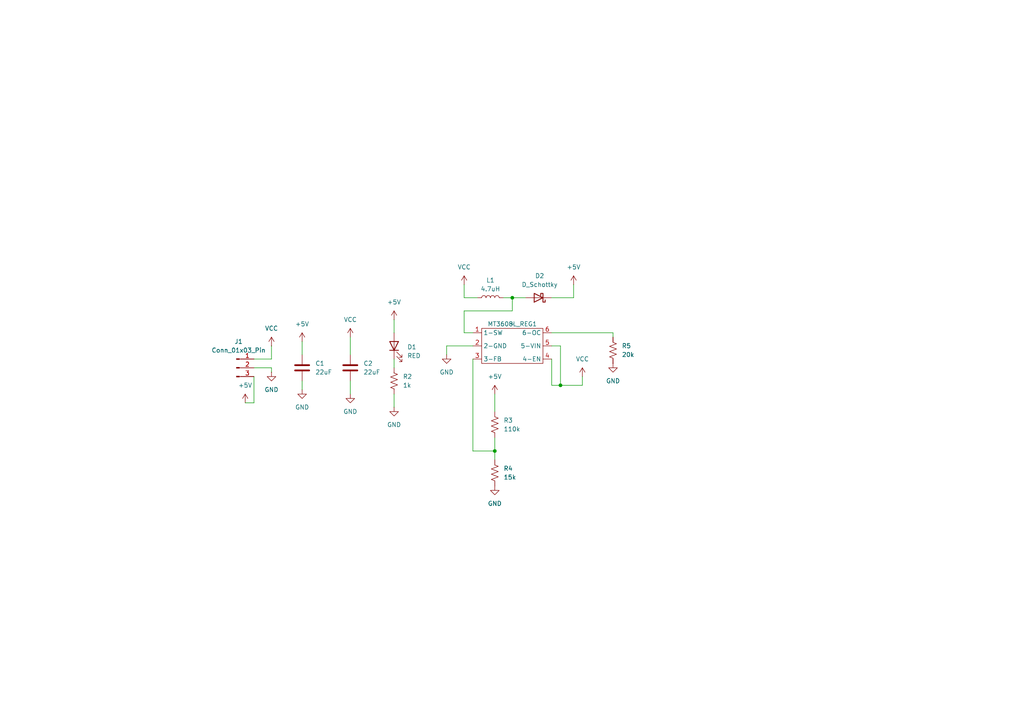
<source format=kicad_sch>
(kicad_sch (version 20250114) (generator "eeschema") (generator_version "9.0")
  (paper "A4")
  (lib_symbols
    (symbol "Connector:Conn_01x03_Pin" (pin_names (offset 1.016) (hide yes))
      (property "Reference" "J" (at 0 5.08 0))
      (property "Value" "Conn_01x03_Pin" (at 0 -5.08 0))
      (symbol "Conn_01x03_Pin_1_1"
        (rectangle (start 0.8636 2.667) (end 0 2.413) (stroke (width 0.1524)) (fill (type outline)))
        (rectangle (start 0.8636 0.127) (end 0 -0.127) (stroke (width 0.1524)) (fill (type outline)))
        (rectangle (start 0.8636 -2.413) (end 0 -2.667) (stroke (width 0.1524)) (fill (type outline)))
        (polyline (pts (xy 1.27 2.54) (xy 0.8636 2.54)) (stroke (width 0.1524)))
        (polyline (pts (xy 1.27 0) (xy 0.8636 0)) (stroke (width 0.1524)))
        (polyline (pts (xy 1.27 -2.54) (xy 0.8636 -2.54)) (stroke (width 0.1524)))
        (pin passive line (at 5.08 2.54 180) (length 3.81) (name "Pin_1") (number "1"))
        (pin passive line (at 5.08 0 180) (length 3.81) (name "Pin_2") (number "2"))
        (pin passive line (at 5.08 -2.54 180) (length 3.81) (name "Pin_3") (number "3"))
      )
    )
    (symbol "Device:C" (pin_numbers (hide yes)) (pin_names (offset 0.254))
      (property "Reference" "C" (at 0.635 2.54 0))
      (property "Value" "C" (at 0.635 -2.54 0))
      (symbol "C_0_1"
        (polyline (pts (xy -2.032 0.762) (xy 2.032 0.762)) (stroke (width 0.508)))
        (polyline (pts (xy -2.032 -0.762) (xy 2.032 -0.762)) (stroke (width 0.508)))
      )
      (symbol "C_1_1"
        (pin passive line (at 0 3.81 270) (length 2.794) (name "~") (number "1"))
        (pin passive line (at 0 -3.81 90) (length 2.794) (name "~") (number "2"))
      )
    )
    (symbol "Device:D_Schottky" (pin_numbers (hide yes)) (pin_names (offset 1.016) (hide yes))
      (property "Reference" "D" (at 0 2.54 0))
      (property "Value" "D_Schottky" (at 0 -2.54 0))
      (symbol "D_Schottky_0_1"
        (polyline (pts (xy -1.905 0.635) (xy -1.905 1.27) (xy -1.27 1.27) (xy -1.27 -1.27) (xy -0.635 -1.27) (xy -0.635 -0.635)) (stroke (width 0.254)))
        (polyline (pts (xy 1.27 1.27) (xy 1.27 -1.27) (xy -1.27 0) (xy 1.27 1.27)) (stroke (width 0.254)))
        (polyline (pts (xy 1.27 0) (xy -1.27 0)))
      )
      (symbol "D_Schottky_1_1"
        (pin passive line (at -3.81 0 0) (length 2.54) (name "K") (number "1"))
        (pin passive line (at 3.81 0 180) (length 2.54) (name "A") (number "2"))
      )
    )
    (symbol "Device:L" (pin_numbers (hide yes)) (pin_names (offset 1.016) (hide yes))
      (property "Reference" "L" (at -1.27 0 90))
      (property "Value" "L" (at 1.905 0 90))
      (symbol "L_0_1"
        (arc (start 0 2.54) (mid 0.6323 1.905) (end 0 1.27))
        (arc (start 0 1.27) (mid 0.6323 0.635) (end 0 0))
        (arc (start 0 0) (mid 0.6323 -0.635) (end 0 -1.27))
        (arc (start 0 -1.27) (mid 0.6323 -1.905) (end 0 -2.54))
      )
      (symbol "L_1_1"
        (pin passive line (at 0 3.81 270) (length 1.27) (name "1") (number "1"))
        (pin passive line (at 0 -3.81 90) (length 1.27) (name "2") (number "2"))
      )
    )
    (symbol "Device:LED" (pin_numbers (hide yes)) (pin_names (offset 1.016) (hide yes))
      (property "Reference" "D" (at 0 2.54 0))
      (property "Value" "LED" (at 0 -2.54 0))
      (symbol "LED_0_1"
        (polyline (pts (xy -3.048 -0.762) (xy -4.572 -2.286) (xy -3.81 -2.286) (xy -4.572 -2.286) (xy -4.572 -1.524)))
        (polyline (pts (xy -1.778 -0.762) (xy -3.302 -2.286) (xy -2.54 -2.286) (xy -3.302 -2.286) (xy -3.302 -1.524)))
        (polyline (pts (xy -1.27 0) (xy 1.27 0)))
        (polyline (pts (xy -1.27 -1.27) (xy -1.27 1.27)) (stroke (width 0.254)))
        (polyline (pts (xy 1.27 -1.27) (xy 1.27 1.27) (xy -1.27 0) (xy 1.27 -1.27)) (stroke (width 0.254)))
      )
      (symbol "LED_1_1"
        (pin passive line (at -3.81 0 0) (length 2.54) (name "K") (number "1"))
        (pin passive line (at 3.81 0 180) (length 2.54) (name "A") (number "2"))
      )
    )
    (symbol "Device:R_US" (pin_numbers (hide yes)) (pin_names (offset 0))
      (property "Reference" "R" (at 2.54 0 90))
      (property "Value" "R_US" (at -2.54 0 90))
      (symbol "R_US_0_1"
        (polyline (pts (xy 0 2.286) (xy 0 2.54)))
        (polyline (pts (xy 0 2.286) (xy 1.016 1.905) (xy 0 1.524) (xy -1.016 1.143) (xy 0 0.762)))
        (polyline (pts (xy 0 0.762) (xy 1.016 0.381) (xy 0 0) (xy -1.016 -0.381) (xy 0 -0.762)))
        (polyline (pts (xy 0 -0.762) (xy 1.016 -1.143) (xy 0 -1.524) (xy -1.016 -1.905) (xy 0 -2.286)))
        (polyline (pts (xy 0 -2.286) (xy 0 -2.54)))
      )
      (symbol "R_US_1_1"
        (pin passive line (at 0 3.81 270) (length 1.27) (name "~") (number "1"))
        (pin passive line (at 0 -3.81 90) (length 1.27) (name "~") (number "2"))
      )
    )
    (symbol "MySymbol:MT3608L_REG"
      (property "Reference" "U" (at 0 0 0))
      (symbol "MT3608L_REG_0_1"
        (rectangle (start -8.89 5.08) (end 8.89 -5.08))
      )
      (symbol "MT3608L_REG_1_1"
        (pin input line (at -11.43 3.81 0) (length 2.54) (name "1-SW") (number "1"))
        (pin input line (at -11.43 0 0) (length 2.54) (name "2-GND") (number "2"))
        (pin input line (at -11.43 -3.81 0) (length 2.54) (name "3-FB") (number "3"))
        (pin input line (at 11.43 3.81 180) (length 2.54) (name "6-OC") (number "6"))
        (pin input line (at 11.43 0 180) (length 2.54) (name "5-VIN") (number "5"))
        (pin input line (at 11.43 -3.81 180) (length 2.54) (name "4-EN") (number "4"))
      )
    )
    (symbol "power:+5V" (power) (pin_numbers (hide yes)) (pin_names (offset 0) (hide yes))
      (property "Value" "+5V" (at 0 3.556 0))
      (symbol "+5V_0_1"
        (polyline (pts (xy -0.762 1.27) (xy 0 2.54)))
        (polyline (pts (xy 0 2.54) (xy 0.762 1.27)))
        (polyline (pts (xy 0 0) (xy 0 2.54)))
      )
      (symbol "+5V_1_1"
        (pin power_in line (at 0 0 90) (length 0) (name "~") (number "1"))
      )
    )
    (symbol "power:GND" (power) (pin_numbers (hide yes)) (pin_names (offset 0) (hide yes))
      (property "Value" "GND" (at 0 -3.81 0))
      (symbol "GND_0_1"
        (polyline (pts (xy 0 0) (xy 0 -1.27) (xy 1.27 -1.27) (xy 0 -2.54) (xy -1.27 -1.27) (xy 0 -1.27)))
      )
      (symbol "GND_1_1"
        (pin power_in line (at 0 0 270) (length 0) (name "~") (number "1"))
      )
    )
    (symbol "power:VCC" (power) (pin_numbers (hide yes)) (pin_names (offset 0) (hide yes))
      (property "Value" "VCC" (at 0 3.556 0))
      (symbol "VCC_0_1"
        (polyline (pts (xy -0.762 1.27) (xy 0 2.54)))
        (polyline (pts (xy 0 2.54) (xy 0.762 1.27)))
        (polyline (pts (xy 0 0) (xy 0 2.54)))
      )
      (symbol "VCC_1_1"
        (pin power_in line (at 0 0 90) (length 0) (name "~") (number "1"))
      )
    )
  )
  (junction (at 148.59 86.36))
  (junction (at 143.51 130.81))
  (junction (at 162.56 111.76))
  (wire (pts (xy 162.56 111.76) (xy 168.91 111.76)))
  (wire (pts (xy 166.37 82.55) (xy 166.37 86.36)))
  (wire (pts (xy 160.02 104.14) (xy 160.02 111.76)))
  (wire (pts (xy 137.16 130.81) (xy 143.51 130.81)))
  (wire (pts (xy 101.6 97.79) (xy 101.6 102.87)))
  (wire (pts (xy 73.66 116.84) (xy 71.12 116.84)))
  (wire (pts (xy 134.62 96.52) (xy 134.62 90.17)))
  (wire (pts (xy 78.74 104.14) (xy 78.74 100.33)))
  (wire (pts (xy 148.59 86.36) (xy 152.4 86.36)))
  (wire (pts (xy 137.16 100.33) (xy 129.54 100.33)))
  (wire (pts (xy 160.02 96.52) (xy 177.8 96.52)))
  (wire (pts (xy 87.63 110.49) (xy 87.63 113.03)))
  (wire (pts (xy 162.56 100.33) (xy 162.56 111.76)))
  (wire (pts (xy 168.91 111.76) (xy 168.91 109.22)))
  (wire (pts (xy 137.16 96.52) (xy 134.62 96.52)))
  (wire (pts (xy 114.3 92.71) (xy 114.3 96.52)))
  (wire (pts (xy 101.6 110.49) (xy 101.6 114.3)))
  (wire (pts (xy 78.74 106.68) (xy 78.74 107.95)))
  (wire (pts (xy 134.62 90.17) (xy 148.59 90.17)))
  (wire (pts (xy 143.51 114.3) (xy 143.51 119.38)))
  (wire (pts (xy 87.63 99.06) (xy 87.63 102.87)))
  (wire (pts (xy 148.59 90.17) (xy 148.59 86.36)))
  (wire (pts (xy 143.51 127) (xy 143.51 130.81)))
  (wire (pts (xy 73.66 104.14) (xy 78.74 104.14)))
  (wire (pts (xy 146.05 86.36) (xy 148.59 86.36)))
  (wire (pts (xy 137.16 104.14) (xy 137.16 130.81)))
  (wire (pts (xy 114.3 114.3) (xy 114.3 118.11)))
  (wire (pts (xy 73.66 106.68) (xy 78.74 106.68)))
  (wire (pts (xy 114.3 104.14) (xy 114.3 106.68)))
  (wire (pts (xy 177.8 96.52) (xy 177.8 97.79)))
  (wire (pts (xy 160.02 111.76) (xy 162.56 111.76)))
  (wire (pts (xy 129.54 100.33) (xy 129.54 102.87)))
  (wire (pts (xy 143.51 130.81) (xy 143.51 133.35)))
  (wire (pts (xy 134.62 86.36) (xy 134.62 82.55)))
  (wire (pts (xy 73.66 109.22) (xy 73.66 116.84)))
  (wire (pts (xy 166.37 86.36) (xy 160.02 86.36)))
  (wire (pts (xy 138.43 86.36) (xy 134.62 86.36)))
  (wire (pts (xy 160.02 100.33) (xy 162.56 100.33)))
  (symbol (lib_id "power:GND") (at 101.6 114.3 0) (unit 1)
    (property "Reference" "#PWR07" (effects (hide yes)))
    (property "Value" "GND" (at 101.6 119.38 0))
    (property "Description" "Power symbol creates a global label with name \"GND\" , ground" (effects (hide yes)))
  )
  (symbol (lib_id "power:+5V") (at 143.51 114.3 0) (unit 1)
    (property "Reference" "#PWR011" (effects (hide yes)))
    (property "Value" "+5V" (at 143.51 109.22 0))
    (property "Description" "Power symbol creates a global label with name \"+5V\"" (effects (hide yes)))
  )
  (symbol (lib_id "power:GND") (at 143.51 140.97 0) (unit 1)
    (property "Reference" "#PWR016" (effects (hide yes)))
    (property "Value" "GND" (at 143.51 146.05 0))
    (property "Description" "Power symbol creates a global label with name \"GND\" , ground" (effects (hide yes)))
  )
  (symbol (lib_id "Device:R_US") (at 143.51 123.19 0) (unit 1)
    (property "Reference" "R3" (at 146.05 121.9199 0) (effects (justify left)))
    (property "Value" "110k" (at 146.05 124.4599 0) (effects (justify left)))
    (property "Footprint" "Resistor_SMD:R_0402_1005Metric" (effects (hide yes)))
    (property "Description" "Resistor, US symbol" (effects (hide yes)))
  )
  (symbol (lib_id "power:+5V") (at 87.63 99.06 0) (unit 1)
    (property "Reference" "#PWR04" (effects (hide yes)))
    (property "Value" "+5V" (at 87.63 93.98 0))
    (property "Description" "Power symbol creates a global label with name \"+5V\"" (effects (hide yes)))
  )
  (symbol (lib_id "power:GND") (at 129.54 102.87 0) (unit 1)
    (property "Reference" "#PWR010" (effects (hide yes)))
    (property "Value" "GND" (at 129.54 107.95 0))
    (property "Description" "Power symbol creates a global label with name \"GND\" , ground" (effects (hide yes)))
  )
  (symbol (lib_id "power:GND") (at 177.8 105.41 0) (unit 1)
    (property "Reference" "#PWR013" (effects (hide yes)))
    (property "Value" "GND" (at 177.8 110.49 0))
    (property "Description" "Power symbol creates a global label with name \"GND\" , ground" (effects (hide yes)))
  )
  (symbol (lib_id "Device:R_US") (at 143.51 137.16 0) (unit 1)
    (property "Reference" "R4" (at 146.05 135.8899 0) (effects (justify left)))
    (property "Value" "15k" (at 146.05 138.4299 0) (effects (justify left)))
    (property "Footprint" "Resistor_SMD:R_0603_1608Metric" (effects (hide yes)))
    (property "Description" "Resistor, US symbol" (effects (hide yes)))
  )
  (symbol (lib_id "Device:D_Schottky") (at 156.21 86.36 180) (unit 1)
    (property "Reference" "D2" (at 156.5275 80.01 0))
    (property "Value" "D_Schottky" (at 156.5275 82.55 0))
    (property "Footprint" "Diode_SMD:D_SMA" (effects (hide yes)))
    (property "Description" "Schottky diode" (effects (hide yes)))
  )
  (symbol (lib_id "power:+5V") (at 166.37 82.55 0) (unit 1)
    (property "Reference" "#PWR015" (effects (hide yes)))
    (property "Value" "+5V" (at 166.37 77.47 0))
    (property "Description" "Power symbol creates a global label with name \"+5V\"" (effects (hide yes)))
  )
  (symbol (lib_id "power:VCC") (at 168.91 109.22 0) (unit 1)
    (property "Reference" "#PWR012" (effects (hide yes)))
    (property "Value" "VCC" (at 168.91 104.14 0))
    (property "Description" "Power symbol creates a global label with name \"VCC\"" (effects (hide yes)))
  )
  (symbol (lib_id "power:VCC") (at 101.6 97.79 0) (unit 1)
    (property "Reference" "#PWR05" (effects (hide yes)))
    (property "Value" "VCC" (at 101.6 92.71 0))
    (property "Description" "Power symbol creates a global label with name \"VCC\"" (effects (hide yes)))
  )
  (symbol (lib_id "Device:LED") (at 114.3 100.33 90) (unit 1)
    (property "Reference" "D1" (at 118.11 100.6474 90) (effects (justify right)))
    (property "Value" "RED" (at 118.11 103.1874 90) (effects (justify right)))
    (property "Footprint" "LED_THT:LED_D3.0mm" (effects (hide yes)))
    (property "Description" "Light emitting diode" (effects (hide yes)))
    (property "Sim.Pins" "1=K 2=A" (effects (hide yes)))
  )
  (symbol (lib_id "Connector:Conn_01x03_Pin") (at 68.58 106.68 0) (unit 1)
    (property "Reference" "J1" (at 69.215 99.06 0))
    (property "Value" "Conn_01x03_Pin" (at 69.215 101.6 0))
    (property "Footprint" "Connector_PinSocket_2.54mm:PinSocket_1x03_P2.54mm_Vertical" (effects (hide yes)))
    (property "Description" "Generic connector, single row, 01x03, script generated" (effects (hide yes)))
  )
  (symbol (lib_id "Device:L") (at 142.24 86.36 90) (unit 1)
    (property "Reference" "L1" (at 142.24 81.28 90))
    (property "Value" "4.7uH" (at 142.24 83.82 90))
    (property "Footprint" "Inductor_SMD:L_0603_1608Metric" (effects (hide yes)))
    (property "Description" "Inductor" (effects (hide yes)))
  )
  (symbol (lib_id "power:GND") (at 87.63 113.03 0) (unit 1)
    (property "Reference" "#PWR06" (effects (hide yes)))
    (property "Value" "GND" (at 87.63 118.11 0))
    (property "Description" "Power symbol creates a global label with name \"GND\" , ground" (effects (hide yes)))
  )
  (symbol (lib_id "power:+5V") (at 71.12 116.84 0) (unit 1)
    (property "Reference" "#PWR02" (effects (hide yes)))
    (property "Value" "+5V" (at 71.12 111.76 0))
    (property "Description" "Power symbol creates a global label with name \"+5V\"" (effects (hide yes)))
  )
  (symbol (lib_id "power:+5V") (at 114.3 92.71 0) (unit 1)
    (property "Reference" "#PWR08" (effects (hide yes)))
    (property "Value" "+5V" (at 114.3 87.63 0))
    (property "Description" "Power symbol creates a global label with name \"+5V\"" (effects (hide yes)))
  )
  (symbol (lib_id "Device:C") (at 101.6 106.68 0) (unit 1)
    (property "Reference" "C2" (at 105.41 105.4099 0) (effects (justify left)))
    (property "Value" "22uF" (at 105.41 107.9499 0) (effects (justify left)))
    (property "Footprint" "Capacitor_SMD:C_0805_2012Metric" (effects (hide yes)))
    (property "Description" "Unpolarized capacitor" (effects (hide yes)))
  )
  (symbol (lib_id "Device:R_US") (at 177.8 101.6 0) (unit 1)
    (property "Reference" "R5" (at 180.34 100.3299 0) (effects (justify left)))
    (property "Value" "20k" (at 180.34 102.8699 0) (effects (justify left)))
    (property "Footprint" "Resistor_SMD:R_0603_1608Metric" (effects (hide yes)))
    (property "Description" "Resistor, US symbol" (effects (hide yes)))
  )
  (symbol (lib_id "Device:C") (at 87.63 106.68 0) (unit 1)
    (property "Reference" "C1" (at 91.44 105.4099 0) (effects (justify left)))
    (property "Value" "22uF" (at 91.44 107.9499 0) (effects (justify left)))
    (property "Footprint" "Capacitor_SMD:C_0805_2012Metric" (effects (hide yes)))
    (property "Description" "Unpolarized capacitor" (effects (hide yes)))
  )
  (symbol (lib_id "MySymbol:MT3608L_REG") (at 148.59 100.33 0) (unit 1)
    (property "Reference" "MT3608L_REG1" (at 148.59 93.98 0))
    (property "Value" "~" (at 148.59 93.98 0))
    (property "Footprint" "Connector_PinSocket_2.54mm:PinSocket_2x03_P2.54mm_Horizontal" (effects (hide yes)))
  )
  (symbol (lib_id "power:GND") (at 78.74 107.95 0) (unit 1)
    (property "Reference" "#PWR03" (effects (hide yes)))
    (property "Value" "GND" (at 78.74 113.03 0))
    (property "Description" "Power symbol creates a global label with name \"GND\" , ground" (effects (hide yes)))
  )
  (symbol (lib_id "power:GND") (at 114.3 118.11 0) (unit 1)
    (property "Reference" "#PWR09" (effects (hide yes)))
    (property "Value" "GND" (at 114.3 123.19 0))
    (property "Description" "Power symbol creates a global label with name \"GND\" , ground" (effects (hide yes)))
  )
  (symbol (lib_id "power:VCC") (at 134.62 82.55 0) (unit 1)
    (property "Reference" "#PWR014" (effects (hide yes)))
    (property "Value" "VCC" (at 134.62 77.47 0))
    (property "Description" "Power symbol creates a global label with name \"VCC\"" (effects (hide yes)))
  )
  (symbol (lib_id "power:VCC") (at 78.74 100.33 0) (unit 1)
    (property "Reference" "#PWR01" (effects (hide yes)))
    (property "Value" "VCC" (at 78.74 95.25 0))
    (property "Description" "Power symbol creates a global label with name \"VCC\"" (effects (hide yes)))
  )
  (symbol (lib_id "Device:R_US") (at 114.3 110.49 0) (unit 1)
    (property "Reference" "R2" (at 116.84 109.2199 0) (effects (justify left)))
    (property "Value" "1k" (at 116.84 111.7599 0) (effects (justify left)))
    (property "Footprint" "Resistor_SMD:R_0603_1608Metric" (effects (hide yes)))
    (property "Description" "Resistor, US symbol" (effects (hide yes)))
  )
)
</source>
